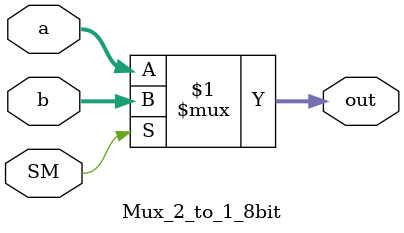
<source format=v>
module Mux_2_to_1_8bit
(
    input SM,
    input [7:0] a,
    input [7:0] b,
    output [7:0] out
);
    assign out = (SM) ? b : a ;
endmodule
</source>
